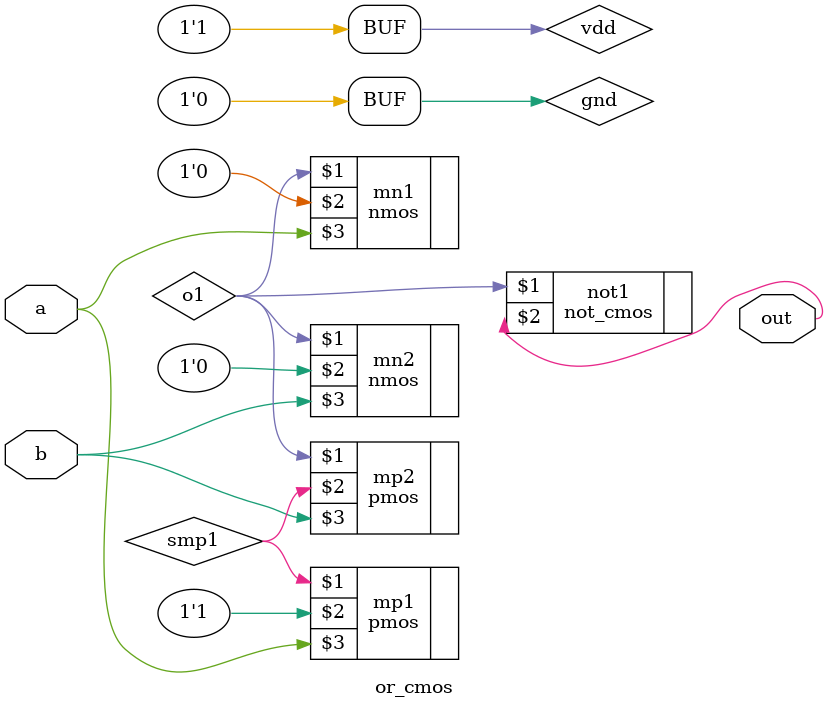
<source format=v>
module or_cmos(
    input a , b,
    output out 
);

supply1 vdd;
supply0 gnd;

// nor : 
pmos mp1 (smp1 , vdd , a );
pmos mp2 (o1 , smp1 , b );

nmos mn2 (o1 , gnd , b );
nmos mn1 (o1 , gnd , a);
// not : 
not_cmos not1(o1 , out );

endmodule
</source>
